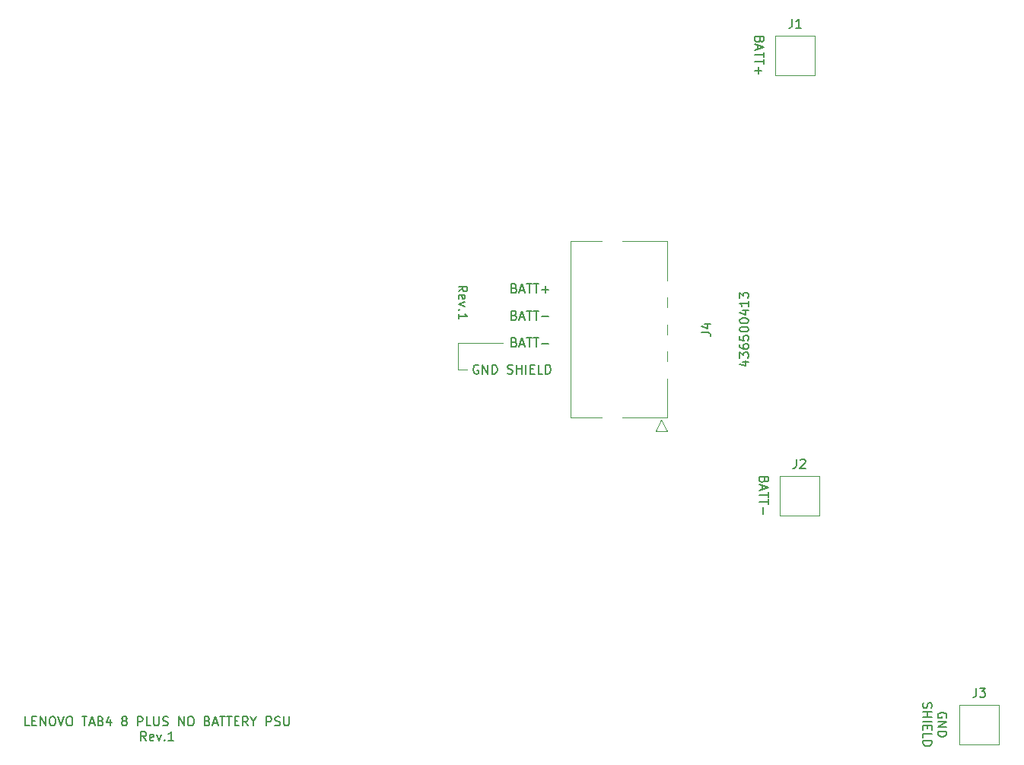
<source format=gto>
G04 #@! TF.GenerationSoftware,KiCad,Pcbnew,5.1.9+dfsg1-1*
G04 #@! TF.CreationDate,2022-08-21T22:58:33+09:00*
G04 #@! TF.ProjectId,lenovo-tab4-8p-no-battery-psu,6c656e6f-766f-42d7-9461-62342d38702d,rev?*
G04 #@! TF.SameCoordinates,Original*
G04 #@! TF.FileFunction,Legend,Top*
G04 #@! TF.FilePolarity,Positive*
%FSLAX46Y46*%
G04 Gerber Fmt 4.6, Leading zero omitted, Abs format (unit mm)*
G04 Created by KiCad (PCBNEW 5.1.9+dfsg1-1) date 2022-08-21 22:58:33*
%MOMM*%
%LPD*%
G01*
G04 APERTURE LIST*
%ADD10C,0.120000*%
%ADD11C,0.150000*%
%ADD12R,4.000000X4.000000*%
%ADD13R,2.919999X1.270000*%
%ADD14R,1.650000X3.430001*%
G04 APERTURE END LIST*
D10*
X197500000Y-113000000D02*
X202500000Y-113000000D01*
X197500000Y-116000000D02*
X197500000Y-113000000D01*
X198500000Y-116000000D02*
X197500000Y-116000000D01*
D11*
X197547619Y-107285714D02*
X198023809Y-106952380D01*
X197547619Y-106714285D02*
X198547619Y-106714285D01*
X198547619Y-107095238D01*
X198500000Y-107190476D01*
X198452380Y-107238095D01*
X198357142Y-107285714D01*
X198214285Y-107285714D01*
X198119047Y-107238095D01*
X198071428Y-107190476D01*
X198023809Y-107095238D01*
X198023809Y-106714285D01*
X197595238Y-108095238D02*
X197547619Y-108000000D01*
X197547619Y-107809523D01*
X197595238Y-107714285D01*
X197690476Y-107666666D01*
X198071428Y-107666666D01*
X198166666Y-107714285D01*
X198214285Y-107809523D01*
X198214285Y-108000000D01*
X198166666Y-108095238D01*
X198071428Y-108142857D01*
X197976190Y-108142857D01*
X197880952Y-107666666D01*
X198214285Y-108476190D02*
X197547619Y-108714285D01*
X198214285Y-108952380D01*
X197642857Y-109333333D02*
X197595238Y-109380952D01*
X197547619Y-109333333D01*
X197595238Y-109285714D01*
X197642857Y-109333333D01*
X197547619Y-109333333D01*
X197547619Y-110333333D02*
X197547619Y-109761904D01*
X197547619Y-110047619D02*
X198547619Y-110047619D01*
X198404761Y-109952380D01*
X198309523Y-109857142D01*
X198261904Y-109761904D01*
X149785714Y-155627380D02*
X149309523Y-155627380D01*
X149309523Y-154627380D01*
X150119047Y-155103571D02*
X150452380Y-155103571D01*
X150595238Y-155627380D02*
X150119047Y-155627380D01*
X150119047Y-154627380D01*
X150595238Y-154627380D01*
X151023809Y-155627380D02*
X151023809Y-154627380D01*
X151595238Y-155627380D01*
X151595238Y-154627380D01*
X152261904Y-154627380D02*
X152452380Y-154627380D01*
X152547619Y-154675000D01*
X152642857Y-154770238D01*
X152690476Y-154960714D01*
X152690476Y-155294047D01*
X152642857Y-155484523D01*
X152547619Y-155579761D01*
X152452380Y-155627380D01*
X152261904Y-155627380D01*
X152166666Y-155579761D01*
X152071428Y-155484523D01*
X152023809Y-155294047D01*
X152023809Y-154960714D01*
X152071428Y-154770238D01*
X152166666Y-154675000D01*
X152261904Y-154627380D01*
X152976190Y-154627380D02*
X153309523Y-155627380D01*
X153642857Y-154627380D01*
X154166666Y-154627380D02*
X154357142Y-154627380D01*
X154452380Y-154675000D01*
X154547619Y-154770238D01*
X154595238Y-154960714D01*
X154595238Y-155294047D01*
X154547619Y-155484523D01*
X154452380Y-155579761D01*
X154357142Y-155627380D01*
X154166666Y-155627380D01*
X154071428Y-155579761D01*
X153976190Y-155484523D01*
X153928571Y-155294047D01*
X153928571Y-154960714D01*
X153976190Y-154770238D01*
X154071428Y-154675000D01*
X154166666Y-154627380D01*
X155642857Y-154627380D02*
X156214285Y-154627380D01*
X155928571Y-155627380D02*
X155928571Y-154627380D01*
X156500000Y-155341666D02*
X156976190Y-155341666D01*
X156404761Y-155627380D02*
X156738095Y-154627380D01*
X157071428Y-155627380D01*
X157738095Y-155103571D02*
X157880952Y-155151190D01*
X157928571Y-155198809D01*
X157976190Y-155294047D01*
X157976190Y-155436904D01*
X157928571Y-155532142D01*
X157880952Y-155579761D01*
X157785714Y-155627380D01*
X157404761Y-155627380D01*
X157404761Y-154627380D01*
X157738095Y-154627380D01*
X157833333Y-154675000D01*
X157880952Y-154722619D01*
X157928571Y-154817857D01*
X157928571Y-154913095D01*
X157880952Y-155008333D01*
X157833333Y-155055952D01*
X157738095Y-155103571D01*
X157404761Y-155103571D01*
X158833333Y-154960714D02*
X158833333Y-155627380D01*
X158595238Y-154579761D02*
X158357142Y-155294047D01*
X158976190Y-155294047D01*
X160261904Y-155055952D02*
X160166666Y-155008333D01*
X160119047Y-154960714D01*
X160071428Y-154865476D01*
X160071428Y-154817857D01*
X160119047Y-154722619D01*
X160166666Y-154675000D01*
X160261904Y-154627380D01*
X160452380Y-154627380D01*
X160547619Y-154675000D01*
X160595238Y-154722619D01*
X160642857Y-154817857D01*
X160642857Y-154865476D01*
X160595238Y-154960714D01*
X160547619Y-155008333D01*
X160452380Y-155055952D01*
X160261904Y-155055952D01*
X160166666Y-155103571D01*
X160119047Y-155151190D01*
X160071428Y-155246428D01*
X160071428Y-155436904D01*
X160119047Y-155532142D01*
X160166666Y-155579761D01*
X160261904Y-155627380D01*
X160452380Y-155627380D01*
X160547619Y-155579761D01*
X160595238Y-155532142D01*
X160642857Y-155436904D01*
X160642857Y-155246428D01*
X160595238Y-155151190D01*
X160547619Y-155103571D01*
X160452380Y-155055952D01*
X161833333Y-155627380D02*
X161833333Y-154627380D01*
X162214285Y-154627380D01*
X162309523Y-154675000D01*
X162357142Y-154722619D01*
X162404761Y-154817857D01*
X162404761Y-154960714D01*
X162357142Y-155055952D01*
X162309523Y-155103571D01*
X162214285Y-155151190D01*
X161833333Y-155151190D01*
X163309523Y-155627380D02*
X162833333Y-155627380D01*
X162833333Y-154627380D01*
X163642857Y-154627380D02*
X163642857Y-155436904D01*
X163690476Y-155532142D01*
X163738095Y-155579761D01*
X163833333Y-155627380D01*
X164023809Y-155627380D01*
X164119047Y-155579761D01*
X164166666Y-155532142D01*
X164214285Y-155436904D01*
X164214285Y-154627380D01*
X164642857Y-155579761D02*
X164785714Y-155627380D01*
X165023809Y-155627380D01*
X165119047Y-155579761D01*
X165166666Y-155532142D01*
X165214285Y-155436904D01*
X165214285Y-155341666D01*
X165166666Y-155246428D01*
X165119047Y-155198809D01*
X165023809Y-155151190D01*
X164833333Y-155103571D01*
X164738095Y-155055952D01*
X164690476Y-155008333D01*
X164642857Y-154913095D01*
X164642857Y-154817857D01*
X164690476Y-154722619D01*
X164738095Y-154675000D01*
X164833333Y-154627380D01*
X165071428Y-154627380D01*
X165214285Y-154675000D01*
X166404761Y-155627380D02*
X166404761Y-154627380D01*
X166976190Y-155627380D01*
X166976190Y-154627380D01*
X167642857Y-154627380D02*
X167833333Y-154627380D01*
X167928571Y-154675000D01*
X168023809Y-154770238D01*
X168071428Y-154960714D01*
X168071428Y-155294047D01*
X168023809Y-155484523D01*
X167928571Y-155579761D01*
X167833333Y-155627380D01*
X167642857Y-155627380D01*
X167547619Y-155579761D01*
X167452380Y-155484523D01*
X167404761Y-155294047D01*
X167404761Y-154960714D01*
X167452380Y-154770238D01*
X167547619Y-154675000D01*
X167642857Y-154627380D01*
X169595238Y-155103571D02*
X169738095Y-155151190D01*
X169785714Y-155198809D01*
X169833333Y-155294047D01*
X169833333Y-155436904D01*
X169785714Y-155532142D01*
X169738095Y-155579761D01*
X169642857Y-155627380D01*
X169261904Y-155627380D01*
X169261904Y-154627380D01*
X169595238Y-154627380D01*
X169690476Y-154675000D01*
X169738095Y-154722619D01*
X169785714Y-154817857D01*
X169785714Y-154913095D01*
X169738095Y-155008333D01*
X169690476Y-155055952D01*
X169595238Y-155103571D01*
X169261904Y-155103571D01*
X170214285Y-155341666D02*
X170690476Y-155341666D01*
X170119047Y-155627380D02*
X170452380Y-154627380D01*
X170785714Y-155627380D01*
X170976190Y-154627380D02*
X171547619Y-154627380D01*
X171261904Y-155627380D02*
X171261904Y-154627380D01*
X171738095Y-154627380D02*
X172309523Y-154627380D01*
X172023809Y-155627380D02*
X172023809Y-154627380D01*
X172642857Y-155103571D02*
X172976190Y-155103571D01*
X173119047Y-155627380D02*
X172642857Y-155627380D01*
X172642857Y-154627380D01*
X173119047Y-154627380D01*
X174119047Y-155627380D02*
X173785714Y-155151190D01*
X173547619Y-155627380D02*
X173547619Y-154627380D01*
X173928571Y-154627380D01*
X174023809Y-154675000D01*
X174071428Y-154722619D01*
X174119047Y-154817857D01*
X174119047Y-154960714D01*
X174071428Y-155055952D01*
X174023809Y-155103571D01*
X173928571Y-155151190D01*
X173547619Y-155151190D01*
X174738095Y-155151190D02*
X174738095Y-155627380D01*
X174404761Y-154627380D02*
X174738095Y-155151190D01*
X175071428Y-154627380D01*
X176166666Y-155627380D02*
X176166666Y-154627380D01*
X176547619Y-154627380D01*
X176642857Y-154675000D01*
X176690476Y-154722619D01*
X176738095Y-154817857D01*
X176738095Y-154960714D01*
X176690476Y-155055952D01*
X176642857Y-155103571D01*
X176547619Y-155151190D01*
X176166666Y-155151190D01*
X177119047Y-155579761D02*
X177261904Y-155627380D01*
X177500000Y-155627380D01*
X177595238Y-155579761D01*
X177642857Y-155532142D01*
X177690476Y-155436904D01*
X177690476Y-155341666D01*
X177642857Y-155246428D01*
X177595238Y-155198809D01*
X177500000Y-155151190D01*
X177309523Y-155103571D01*
X177214285Y-155055952D01*
X177166666Y-155008333D01*
X177119047Y-154913095D01*
X177119047Y-154817857D01*
X177166666Y-154722619D01*
X177214285Y-154675000D01*
X177309523Y-154627380D01*
X177547619Y-154627380D01*
X177690476Y-154675000D01*
X178119047Y-154627380D02*
X178119047Y-155436904D01*
X178166666Y-155532142D01*
X178214285Y-155579761D01*
X178309523Y-155627380D01*
X178500000Y-155627380D01*
X178595238Y-155579761D01*
X178642857Y-155532142D01*
X178690476Y-155436904D01*
X178690476Y-154627380D01*
X162785714Y-157277380D02*
X162452380Y-156801190D01*
X162214285Y-157277380D02*
X162214285Y-156277380D01*
X162595238Y-156277380D01*
X162690476Y-156325000D01*
X162738095Y-156372619D01*
X162785714Y-156467857D01*
X162785714Y-156610714D01*
X162738095Y-156705952D01*
X162690476Y-156753571D01*
X162595238Y-156801190D01*
X162214285Y-156801190D01*
X163595238Y-157229761D02*
X163500000Y-157277380D01*
X163309523Y-157277380D01*
X163214285Y-157229761D01*
X163166666Y-157134523D01*
X163166666Y-156753571D01*
X163214285Y-156658333D01*
X163309523Y-156610714D01*
X163500000Y-156610714D01*
X163595238Y-156658333D01*
X163642857Y-156753571D01*
X163642857Y-156848809D01*
X163166666Y-156944047D01*
X163976190Y-156610714D02*
X164214285Y-157277380D01*
X164452380Y-156610714D01*
X164833333Y-157182142D02*
X164880952Y-157229761D01*
X164833333Y-157277380D01*
X164785714Y-157229761D01*
X164833333Y-157182142D01*
X164833333Y-157277380D01*
X165833333Y-157277380D02*
X165261904Y-157277380D01*
X165547619Y-157277380D02*
X165547619Y-156277380D01*
X165452380Y-156420238D01*
X165357142Y-156515476D01*
X165261904Y-156563095D01*
X199761904Y-115500000D02*
X199666666Y-115452380D01*
X199523809Y-115452380D01*
X199380952Y-115500000D01*
X199285714Y-115595238D01*
X199238095Y-115690476D01*
X199190476Y-115880952D01*
X199190476Y-116023809D01*
X199238095Y-116214285D01*
X199285714Y-116309523D01*
X199380952Y-116404761D01*
X199523809Y-116452380D01*
X199619047Y-116452380D01*
X199761904Y-116404761D01*
X199809523Y-116357142D01*
X199809523Y-116023809D01*
X199619047Y-116023809D01*
X200238095Y-116452380D02*
X200238095Y-115452380D01*
X200809523Y-116452380D01*
X200809523Y-115452380D01*
X201285714Y-116452380D02*
X201285714Y-115452380D01*
X201523809Y-115452380D01*
X201666666Y-115500000D01*
X201761904Y-115595238D01*
X201809523Y-115690476D01*
X201857142Y-115880952D01*
X201857142Y-116023809D01*
X201809523Y-116214285D01*
X201761904Y-116309523D01*
X201666666Y-116404761D01*
X201523809Y-116452380D01*
X201285714Y-116452380D01*
X203000000Y-116404761D02*
X203142857Y-116452380D01*
X203380952Y-116452380D01*
X203476190Y-116404761D01*
X203523809Y-116357142D01*
X203571428Y-116261904D01*
X203571428Y-116166666D01*
X203523809Y-116071428D01*
X203476190Y-116023809D01*
X203380952Y-115976190D01*
X203190476Y-115928571D01*
X203095238Y-115880952D01*
X203047619Y-115833333D01*
X203000000Y-115738095D01*
X203000000Y-115642857D01*
X203047619Y-115547619D01*
X203095238Y-115500000D01*
X203190476Y-115452380D01*
X203428571Y-115452380D01*
X203571428Y-115500000D01*
X204000000Y-116452380D02*
X204000000Y-115452380D01*
X204000000Y-115928571D02*
X204571428Y-115928571D01*
X204571428Y-116452380D02*
X204571428Y-115452380D01*
X205047619Y-116452380D02*
X205047619Y-115452380D01*
X205523809Y-115928571D02*
X205857142Y-115928571D01*
X206000000Y-116452380D02*
X205523809Y-116452380D01*
X205523809Y-115452380D01*
X206000000Y-115452380D01*
X206904761Y-116452380D02*
X206428571Y-116452380D01*
X206428571Y-115452380D01*
X207238095Y-116452380D02*
X207238095Y-115452380D01*
X207476190Y-115452380D01*
X207619047Y-115500000D01*
X207714285Y-115595238D01*
X207761904Y-115690476D01*
X207809523Y-115880952D01*
X207809523Y-116023809D01*
X207761904Y-116214285D01*
X207714285Y-116309523D01*
X207619047Y-116404761D01*
X207476190Y-116452380D01*
X207238095Y-116452380D01*
X203761904Y-112928571D02*
X203904761Y-112976190D01*
X203952380Y-113023809D01*
X204000000Y-113119047D01*
X204000000Y-113261904D01*
X203952380Y-113357142D01*
X203904761Y-113404761D01*
X203809523Y-113452380D01*
X203428571Y-113452380D01*
X203428571Y-112452380D01*
X203761904Y-112452380D01*
X203857142Y-112500000D01*
X203904761Y-112547619D01*
X203952380Y-112642857D01*
X203952380Y-112738095D01*
X203904761Y-112833333D01*
X203857142Y-112880952D01*
X203761904Y-112928571D01*
X203428571Y-112928571D01*
X204380952Y-113166666D02*
X204857142Y-113166666D01*
X204285714Y-113452380D02*
X204619047Y-112452380D01*
X204952380Y-113452380D01*
X205142857Y-112452380D02*
X205714285Y-112452380D01*
X205428571Y-113452380D02*
X205428571Y-112452380D01*
X205904761Y-112452380D02*
X206476190Y-112452380D01*
X206190476Y-113452380D02*
X206190476Y-112452380D01*
X206809523Y-113071428D02*
X207571428Y-113071428D01*
X203761904Y-109928571D02*
X203904761Y-109976190D01*
X203952380Y-110023809D01*
X204000000Y-110119047D01*
X204000000Y-110261904D01*
X203952380Y-110357142D01*
X203904761Y-110404761D01*
X203809523Y-110452380D01*
X203428571Y-110452380D01*
X203428571Y-109452380D01*
X203761904Y-109452380D01*
X203857142Y-109500000D01*
X203904761Y-109547619D01*
X203952380Y-109642857D01*
X203952380Y-109738095D01*
X203904761Y-109833333D01*
X203857142Y-109880952D01*
X203761904Y-109928571D01*
X203428571Y-109928571D01*
X204380952Y-110166666D02*
X204857142Y-110166666D01*
X204285714Y-110452380D02*
X204619047Y-109452380D01*
X204952380Y-110452380D01*
X205142857Y-109452380D02*
X205714285Y-109452380D01*
X205428571Y-110452380D02*
X205428571Y-109452380D01*
X205904761Y-109452380D02*
X206476190Y-109452380D01*
X206190476Y-110452380D02*
X206190476Y-109452380D01*
X206809523Y-110071428D02*
X207571428Y-110071428D01*
X203761904Y-106928571D02*
X203904761Y-106976190D01*
X203952380Y-107023809D01*
X204000000Y-107119047D01*
X204000000Y-107261904D01*
X203952380Y-107357142D01*
X203904761Y-107404761D01*
X203809523Y-107452380D01*
X203428571Y-107452380D01*
X203428571Y-106452380D01*
X203761904Y-106452380D01*
X203857142Y-106500000D01*
X203904761Y-106547619D01*
X203952380Y-106642857D01*
X203952380Y-106738095D01*
X203904761Y-106833333D01*
X203857142Y-106880952D01*
X203761904Y-106928571D01*
X203428571Y-106928571D01*
X204380952Y-107166666D02*
X204857142Y-107166666D01*
X204285714Y-107452380D02*
X204619047Y-106452380D01*
X204952380Y-107452380D01*
X205142857Y-106452380D02*
X205714285Y-106452380D01*
X205428571Y-107452380D02*
X205428571Y-106452380D01*
X205904761Y-106452380D02*
X206476190Y-106452380D01*
X206190476Y-107452380D02*
X206190476Y-106452380D01*
X206809523Y-107071428D02*
X207571428Y-107071428D01*
X207190476Y-107452380D02*
X207190476Y-106690476D01*
X251825000Y-154738095D02*
X251872619Y-154642857D01*
X251872619Y-154500000D01*
X251825000Y-154357142D01*
X251729761Y-154261904D01*
X251634523Y-154214285D01*
X251444047Y-154166666D01*
X251301190Y-154166666D01*
X251110714Y-154214285D01*
X251015476Y-154261904D01*
X250920238Y-154357142D01*
X250872619Y-154500000D01*
X250872619Y-154595238D01*
X250920238Y-154738095D01*
X250967857Y-154785714D01*
X251301190Y-154785714D01*
X251301190Y-154595238D01*
X250872619Y-155214285D02*
X251872619Y-155214285D01*
X250872619Y-155785714D01*
X251872619Y-155785714D01*
X250872619Y-156261904D02*
X251872619Y-156261904D01*
X251872619Y-156500000D01*
X251825000Y-156642857D01*
X251729761Y-156738095D01*
X251634523Y-156785714D01*
X251444047Y-156833333D01*
X251301190Y-156833333D01*
X251110714Y-156785714D01*
X251015476Y-156738095D01*
X250920238Y-156642857D01*
X250872619Y-156500000D01*
X250872619Y-156261904D01*
X249270238Y-153095238D02*
X249222619Y-153238095D01*
X249222619Y-153476190D01*
X249270238Y-153571428D01*
X249317857Y-153619047D01*
X249413095Y-153666666D01*
X249508333Y-153666666D01*
X249603571Y-153619047D01*
X249651190Y-153571428D01*
X249698809Y-153476190D01*
X249746428Y-153285714D01*
X249794047Y-153190476D01*
X249841666Y-153142857D01*
X249936904Y-153095238D01*
X250032142Y-153095238D01*
X250127380Y-153142857D01*
X250175000Y-153190476D01*
X250222619Y-153285714D01*
X250222619Y-153523809D01*
X250175000Y-153666666D01*
X249222619Y-154095238D02*
X250222619Y-154095238D01*
X249746428Y-154095238D02*
X249746428Y-154666666D01*
X249222619Y-154666666D02*
X250222619Y-154666666D01*
X249222619Y-155142857D02*
X250222619Y-155142857D01*
X249746428Y-155619047D02*
X249746428Y-155952380D01*
X249222619Y-156095238D02*
X249222619Y-155619047D01*
X250222619Y-155619047D01*
X250222619Y-156095238D01*
X249222619Y-157000000D02*
X249222619Y-156523809D01*
X250222619Y-156523809D01*
X249222619Y-157333333D02*
X250222619Y-157333333D01*
X250222619Y-157571428D01*
X250175000Y-157714285D01*
X250079761Y-157809523D01*
X249984523Y-157857142D01*
X249794047Y-157904761D01*
X249651190Y-157904761D01*
X249460714Y-157857142D01*
X249365476Y-157809523D01*
X249270238Y-157714285D01*
X249222619Y-157571428D01*
X249222619Y-157333333D01*
X231571428Y-128261904D02*
X231523809Y-128404761D01*
X231476190Y-128452380D01*
X231380952Y-128500000D01*
X231238095Y-128500000D01*
X231142857Y-128452380D01*
X231095238Y-128404761D01*
X231047619Y-128309523D01*
X231047619Y-127928571D01*
X232047619Y-127928571D01*
X232047619Y-128261904D01*
X232000000Y-128357142D01*
X231952380Y-128404761D01*
X231857142Y-128452380D01*
X231761904Y-128452380D01*
X231666666Y-128404761D01*
X231619047Y-128357142D01*
X231571428Y-128261904D01*
X231571428Y-127928571D01*
X231333333Y-128880952D02*
X231333333Y-129357142D01*
X231047619Y-128785714D02*
X232047619Y-129119047D01*
X231047619Y-129452380D01*
X232047619Y-129642857D02*
X232047619Y-130214285D01*
X231047619Y-129928571D02*
X232047619Y-129928571D01*
X232047619Y-130404761D02*
X232047619Y-130976190D01*
X231047619Y-130690476D02*
X232047619Y-130690476D01*
X231428571Y-131309523D02*
X231428571Y-132071428D01*
X231071428Y-79261904D02*
X231023809Y-79404761D01*
X230976190Y-79452380D01*
X230880952Y-79500000D01*
X230738095Y-79500000D01*
X230642857Y-79452380D01*
X230595238Y-79404761D01*
X230547619Y-79309523D01*
X230547619Y-78928571D01*
X231547619Y-78928571D01*
X231547619Y-79261904D01*
X231500000Y-79357142D01*
X231452380Y-79404761D01*
X231357142Y-79452380D01*
X231261904Y-79452380D01*
X231166666Y-79404761D01*
X231119047Y-79357142D01*
X231071428Y-79261904D01*
X231071428Y-78928571D01*
X230833333Y-79880952D02*
X230833333Y-80357142D01*
X230547619Y-79785714D02*
X231547619Y-80119047D01*
X230547619Y-80452380D01*
X231547619Y-80642857D02*
X231547619Y-81214285D01*
X230547619Y-80928571D02*
X231547619Y-80928571D01*
X231547619Y-81404761D02*
X231547619Y-81976190D01*
X230547619Y-81690476D02*
X231547619Y-81690476D01*
X230928571Y-82309523D02*
X230928571Y-83071428D01*
X230547619Y-82690476D02*
X231309523Y-82690476D01*
D10*
X232800000Y-83200000D02*
X232800000Y-78800000D01*
X237200000Y-83200000D02*
X232800000Y-83200000D01*
X237200000Y-78800000D02*
X237200000Y-83200000D01*
X232800000Y-78800000D02*
X237200000Y-78800000D01*
X233300000Y-127800000D02*
X237700000Y-127800000D01*
X237700000Y-127800000D02*
X237700000Y-132200000D01*
X237700000Y-132200000D02*
X233300000Y-132200000D01*
X233300000Y-132200000D02*
X233300000Y-127800000D01*
X253300000Y-157700000D02*
X253300000Y-153300000D01*
X257700000Y-157700000D02*
X253300000Y-157700000D01*
X257700000Y-153300000D02*
X257700000Y-157700000D01*
X253300000Y-153300000D02*
X257700000Y-153300000D01*
X213504948Y-101675018D02*
X210050000Y-101675018D01*
X215795028Y-121324979D02*
X220750001Y-121324979D01*
X220750001Y-106044961D02*
X220750001Y-101675018D01*
X220750001Y-109044960D02*
X220750001Y-107955041D01*
X220750001Y-112044960D02*
X220750001Y-110955040D01*
X220750001Y-115044959D02*
X220750001Y-113955040D01*
X220750001Y-121324979D02*
X220750001Y-116955039D01*
X210050000Y-121324979D02*
X213504948Y-121324979D01*
X210050000Y-101675018D02*
X210050000Y-121324979D01*
X220750001Y-101675018D02*
X215795028Y-101675018D01*
X219485000Y-122848979D02*
X220120000Y-121578979D01*
X220755000Y-122848979D02*
X219485000Y-122848979D01*
X220120000Y-121578979D02*
X220755000Y-122848979D01*
D11*
X234666666Y-76952380D02*
X234666666Y-77666666D01*
X234619047Y-77809523D01*
X234523809Y-77904761D01*
X234380952Y-77952380D01*
X234285714Y-77952380D01*
X235666666Y-77952380D02*
X235095238Y-77952380D01*
X235380952Y-77952380D02*
X235380952Y-76952380D01*
X235285714Y-77095238D01*
X235190476Y-77190476D01*
X235095238Y-77238095D01*
X235166666Y-125952380D02*
X235166666Y-126666666D01*
X235119047Y-126809523D01*
X235023809Y-126904761D01*
X234880952Y-126952380D01*
X234785714Y-126952380D01*
X235595238Y-126047619D02*
X235642857Y-126000000D01*
X235738095Y-125952380D01*
X235976190Y-125952380D01*
X236071428Y-126000000D01*
X236119047Y-126047619D01*
X236166666Y-126142857D01*
X236166666Y-126238095D01*
X236119047Y-126380952D01*
X235547619Y-126952380D01*
X236166666Y-126952380D01*
X255166666Y-151452380D02*
X255166666Y-152166666D01*
X255119047Y-152309523D01*
X255023809Y-152404761D01*
X254880952Y-152452380D01*
X254785714Y-152452380D01*
X255547619Y-151452380D02*
X256166666Y-151452380D01*
X255833333Y-151833333D01*
X255976190Y-151833333D01*
X256071428Y-151880952D01*
X256119047Y-151928571D01*
X256166666Y-152023809D01*
X256166666Y-152261904D01*
X256119047Y-152357142D01*
X256071428Y-152404761D01*
X255976190Y-152452380D01*
X255690476Y-152452380D01*
X255595238Y-152404761D01*
X255547619Y-152357142D01*
X224612380Y-111833333D02*
X225326666Y-111833333D01*
X225469523Y-111880952D01*
X225564761Y-111976190D01*
X225612380Y-112119047D01*
X225612380Y-112214285D01*
X224945714Y-110928571D02*
X225612380Y-110928571D01*
X224564761Y-111166666D02*
X225279047Y-111404761D01*
X225279047Y-110785714D01*
X229155713Y-115119047D02*
X229822379Y-115119047D01*
X228774760Y-115357142D02*
X229489046Y-115595238D01*
X229489046Y-114976190D01*
X228822379Y-114690476D02*
X228822379Y-114071428D01*
X229203332Y-114404761D01*
X229203332Y-114261904D01*
X229250951Y-114166666D01*
X229298570Y-114119047D01*
X229393808Y-114071428D01*
X229631903Y-114071428D01*
X229727141Y-114119047D01*
X229774760Y-114166666D01*
X229822379Y-114261904D01*
X229822379Y-114547619D01*
X229774760Y-114642857D01*
X229727141Y-114690476D01*
X228822379Y-113214285D02*
X228822379Y-113404761D01*
X228869999Y-113500000D01*
X228917618Y-113547619D01*
X229060475Y-113642857D01*
X229250951Y-113690476D01*
X229631903Y-113690476D01*
X229727141Y-113642857D01*
X229774760Y-113595238D01*
X229822379Y-113500000D01*
X229822379Y-113309523D01*
X229774760Y-113214285D01*
X229727141Y-113166666D01*
X229631903Y-113119047D01*
X229393808Y-113119047D01*
X229298570Y-113166666D01*
X229250951Y-113214285D01*
X229203332Y-113309523D01*
X229203332Y-113500000D01*
X229250951Y-113595238D01*
X229298570Y-113642857D01*
X229393808Y-113690476D01*
X228822379Y-112214285D02*
X228822379Y-112690476D01*
X229298570Y-112738095D01*
X229250951Y-112690476D01*
X229203332Y-112595238D01*
X229203332Y-112357142D01*
X229250951Y-112261904D01*
X229298570Y-112214285D01*
X229393808Y-112166666D01*
X229631903Y-112166666D01*
X229727141Y-112214285D01*
X229774760Y-112261904D01*
X229822379Y-112357142D01*
X229822379Y-112595238D01*
X229774760Y-112690476D01*
X229727141Y-112738095D01*
X228822379Y-111547619D02*
X228822379Y-111452380D01*
X228869999Y-111357142D01*
X228917618Y-111309523D01*
X229012856Y-111261904D01*
X229203332Y-111214285D01*
X229441427Y-111214285D01*
X229631903Y-111261904D01*
X229727141Y-111309523D01*
X229774760Y-111357142D01*
X229822379Y-111452380D01*
X229822379Y-111547619D01*
X229774760Y-111642857D01*
X229727141Y-111690476D01*
X229631903Y-111738095D01*
X229441427Y-111785714D01*
X229203332Y-111785714D01*
X229012856Y-111738095D01*
X228917618Y-111690476D01*
X228869999Y-111642857D01*
X228822379Y-111547619D01*
X228822379Y-110595238D02*
X228822379Y-110500000D01*
X228869999Y-110404761D01*
X228917618Y-110357142D01*
X229012856Y-110309523D01*
X229203332Y-110261904D01*
X229441427Y-110261904D01*
X229631903Y-110309523D01*
X229727141Y-110357142D01*
X229774760Y-110404761D01*
X229822379Y-110500000D01*
X229822379Y-110595238D01*
X229774760Y-110690476D01*
X229727141Y-110738095D01*
X229631903Y-110785714D01*
X229441427Y-110833333D01*
X229203332Y-110833333D01*
X229012856Y-110785714D01*
X228917618Y-110738095D01*
X228869999Y-110690476D01*
X228822379Y-110595238D01*
X229155713Y-109404761D02*
X229822379Y-109404761D01*
X228774760Y-109642857D02*
X229489046Y-109880952D01*
X229489046Y-109261904D01*
X229822379Y-108357142D02*
X229822379Y-108928571D01*
X229822379Y-108642857D02*
X228822379Y-108642857D01*
X228965237Y-108738095D01*
X229060475Y-108833333D01*
X229108094Y-108928571D01*
X228822379Y-108023809D02*
X228822379Y-107404761D01*
X229203332Y-107738095D01*
X229203332Y-107595238D01*
X229250951Y-107500000D01*
X229298570Y-107452380D01*
X229393808Y-107404761D01*
X229631903Y-107404761D01*
X229727141Y-107452380D01*
X229774760Y-107500000D01*
X229822379Y-107595238D01*
X229822379Y-107880952D01*
X229774760Y-107976190D01*
X229727141Y-108023809D01*
%LPC*%
D12*
X235000000Y-81000000D03*
X235500000Y-130000000D03*
X255500000Y-155500000D03*
D13*
X220120000Y-115999999D03*
X220120000Y-113000000D03*
X220120000Y-110000000D03*
X220120000Y-107000001D03*
D14*
X214649988Y-119885004D03*
X214649988Y-103114996D03*
M02*

</source>
